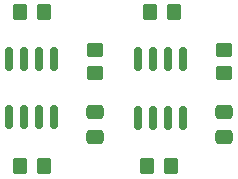
<source format=gtp>
G04 #@! TF.GenerationSoftware,KiCad,Pcbnew,(6.0.1)*
G04 #@! TF.CreationDate,2024-05-17T17:22:04+02:00*
G04 #@! TF.ProjectId,pmod_memory_module,706d6f64-5f6d-4656-9d6f-72795f6d6f64,rev?*
G04 #@! TF.SameCoordinates,Original*
G04 #@! TF.FileFunction,Paste,Top*
G04 #@! TF.FilePolarity,Positive*
%FSLAX46Y46*%
G04 Gerber Fmt 4.6, Leading zero omitted, Abs format (unit mm)*
G04 Created by KiCad (PCBNEW (6.0.1)) date 2024-05-17 17:22:04*
%MOMM*%
%LPD*%
G01*
G04 APERTURE LIST*
G04 Aperture macros list*
%AMRoundRect*
0 Rectangle with rounded corners*
0 $1 Rounding radius*
0 $2 $3 $4 $5 $6 $7 $8 $9 X,Y pos of 4 corners*
0 Add a 4 corners polygon primitive as box body*
4,1,4,$2,$3,$4,$5,$6,$7,$8,$9,$2,$3,0*
0 Add four circle primitives for the rounded corners*
1,1,$1+$1,$2,$3*
1,1,$1+$1,$4,$5*
1,1,$1+$1,$6,$7*
1,1,$1+$1,$8,$9*
0 Add four rect primitives between the rounded corners*
20,1,$1+$1,$2,$3,$4,$5,0*
20,1,$1+$1,$4,$5,$6,$7,0*
20,1,$1+$1,$6,$7,$8,$9,0*
20,1,$1+$1,$8,$9,$2,$3,0*%
G04 Aperture macros list end*
%ADD10RoundRect,0.250000X0.450000X-0.350000X0.450000X0.350000X-0.450000X0.350000X-0.450000X-0.350000X0*%
%ADD11RoundRect,0.250000X0.350000X0.450000X-0.350000X0.450000X-0.350000X-0.450000X0.350000X-0.450000X0*%
%ADD12RoundRect,0.150000X-0.150000X0.825000X-0.150000X-0.825000X0.150000X-0.825000X0.150000X0.825000X0*%
%ADD13RoundRect,0.250000X-0.450000X0.350000X-0.450000X-0.350000X0.450000X-0.350000X0.450000X0.350000X0*%
%ADD14RoundRect,0.250000X-0.350000X-0.450000X0.350000X-0.450000X0.350000X0.450000X-0.350000X0.450000X0*%
%ADD15RoundRect,0.250000X-0.475000X0.337500X-0.475000X-0.337500X0.475000X-0.337500X0.475000X0.337500X0*%
G04 APERTURE END LIST*
D10*
X48514000Y-26654000D03*
X48514000Y-24654000D03*
D11*
X44307000Y-21463000D03*
X42307000Y-21463000D03*
D12*
X34163000Y-25449000D03*
X32893000Y-25449000D03*
X31623000Y-25449000D03*
X30353000Y-25449000D03*
X30353000Y-30399000D03*
X31623000Y-30399000D03*
X32893000Y-30399000D03*
X34163000Y-30399000D03*
D13*
X37592000Y-24654000D03*
X37592000Y-26654000D03*
D12*
X45085000Y-25465000D03*
X43815000Y-25465000D03*
X42545000Y-25465000D03*
X41275000Y-25465000D03*
X41275000Y-30415000D03*
X42545000Y-30415000D03*
X43815000Y-30415000D03*
X45085000Y-30415000D03*
D14*
X31258000Y-34544000D03*
X33258000Y-34544000D03*
X42037000Y-34544000D03*
X44037000Y-34544000D03*
D11*
X33258000Y-21463000D03*
X31258000Y-21463000D03*
D15*
X37592000Y-29950500D03*
X37592000Y-32025500D03*
X48514000Y-29950500D03*
X48514000Y-32025500D03*
M02*

</source>
